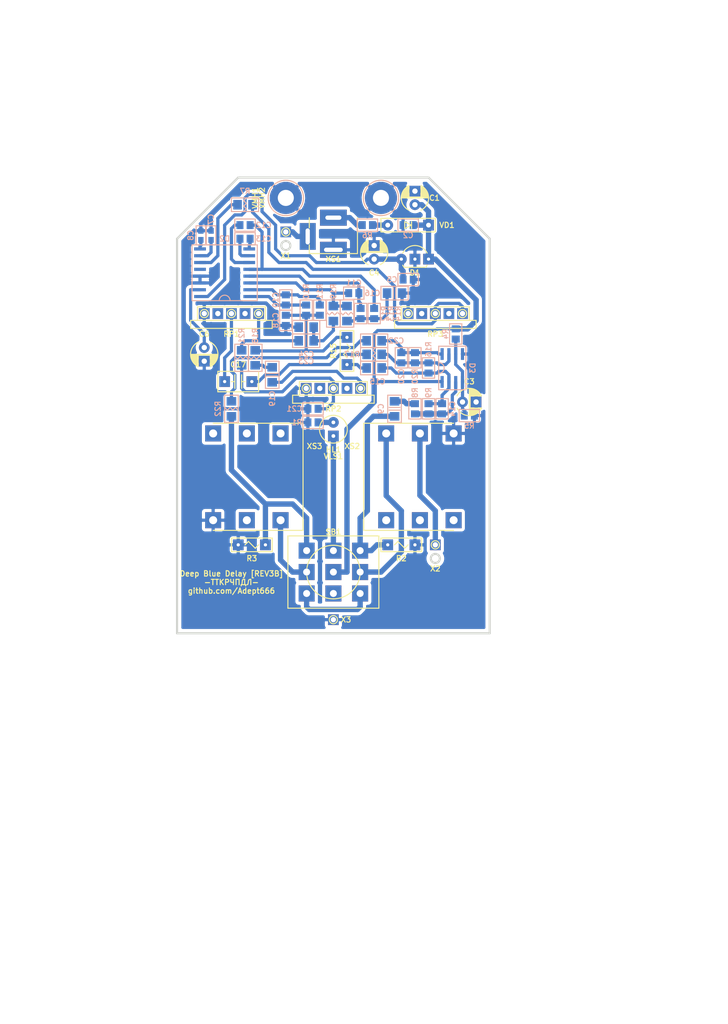
<source format=kicad_pcb>
(kicad_pcb (version 20171130) (host pcbnew 5.1.12-84ad8e8a86~92~ubuntu20.04.1)
  (title_block (title ТКП-1.17.B-1) (date 2023-11-17) (rev 3B) (company "Deep Blue Delay [REV3B]") (comment 1 http://github.com/Adept666) (comment 2 "Igor Ivanov (Игорь Иванов)") (comment 3 -ТТКРЧПДЛ-) (comment 4 "This project is licensed under GNU General Public License v3.0 or later"))
  (layers (0 F.Cu jumper) (31 B.Cu signal) (36 B.SilkS user) (37 F.SilkS user) (38 B.Mask user) (44 Edge.Cuts user))
  (net 0 "")
  (net 1 COM)
  (net 2 "Net-(HL1-PadC)")
  (net 3 /LED)
  (net 4 "Net-(SB1-PadNC1)")
  (net 5 "Net-(SB1-PadNC2)")
  (net 6 "Net-(XS2-PadSN)")
  (net 7 "Net-(XS2-PadTN)")
  (net 8 /IN-CON)
  (net 9 /OUT-CON)
  (net 10 /PP3-POS)
  (net 11 /PP3-NEG)
  (net 12 "Net-(XS2-PadRN)")
  (net 13 "Net-(XS3-PadTN)")
  (net 14 "Net-(XS3-PadRN)")
  (net 15 "Net-(XS3-PadSN)")
  (net 16 "Net-(XS3-PadR)")
  (net 17 V)
  (net 18 VA)
  (net 19 "Net-(C7-Pad2)")
  (net 20 "Net-(C13-Pad1)")
  (net 21 "Net-(C9-Pad2)")
  (net 22 "Net-(C10-Pad1)")
  (net 23 "Net-(C10-Pad2)")
  (net 24 "Net-(C11-Pad1)")
  (net 25 "Net-(C11-Pad2)")
  (net 26 "Net-(C12-Pad1)")
  (net 27 "Net-(C12-Pad2)")
  (net 28 "Net-(C13-Pad2)")
  (net 29 "Net-(C14-Pad1)")
  (net 30 "Net-(C16-Pad1)")
  (net 31 "Net-(C17-Pad1)")
  (net 32 "Net-(C19-Pad1)")
  (net 33 "Net-(C19-Pad2)")
  (net 34 "Net-(C20-Pad1)")
  (net 35 "Net-(C22-Pad2)")
  (net 36 "Net-(D2-Pad6)")
  (net 37 "Net-(D2-Pad5)")
  (net 38 VB)
  (net 39 "Net-(C6-Pad+)")
  (net 40 "Net-(C8-Pad2)")
  (net 41 "Net-(C14-Pad2)")
  (net 42 "Net-(C15-Pad2)")
  (net 43 "Net-(C18-Pad1)")
  (net 44 "Net-(C20-Pad2)")
  (net 45 "Net-(C21-Pad1)")
  (net 46 "Net-(R6-Pad2)")
  (net 47 "Net-(R6-Pad1)")
  (net 48 "Net-(R7-Pad1)")
  (net 49 "Net-(C17-Pad2)")
  (net 50 "Net-(C23-Pad2)")
  (net 51 "Net-(C23-Pad1)")
  (net 52 /IN-CIR)
  (net 53 /OUT-CIR)
  (module KCL-TH-SL:CON-PAD-S-1.0-2.0 (layer F.Cu) (at 96.52 104.14)
    (fp_text reference X1 (at 0 4.445) (layer F.SilkS) (effects (font (thickness 0.2))))
    (fp_text value +)
    (pad 1 thru_hole rect (at 0 0) (size 2 2) (drill 1) (layers B.Cu B.Mask) (net 10 /PP3-POS))
  )
  (module KCL-TH-SL:CON-PAD-S-1.0-2.0 (layer F.Cu) (at 124.46 162.56)
    (fp_text reference X2 (at 0 4.445) (layer F.SilkS) (effects (font (thickness 0.2))))
    (fp_text value -)
    (pad 1 thru_hole rect (at 0 0) (size 2 2) (drill 1) (layers B.Cu B.Mask) (net 11 /PP3-NEG))
  )
  (module KCL-TH-SL:CON-PAD-S-1.0-2.0 (layer F.Cu) (at 105.41 176.53)
    (fp_text reference X3 (at 1.27 0) (layer F.SilkS) (effects (font (thickness 0.2)) (justify left)))
    (fp_text value COM)
    (pad 1 thru_hole rect (at 0 0) (size 2 2) (drill 1) (layers B.Cu B.Mask) (net 1 COM))
  )
  (module KCL-TH-SL:SW-PBS-24-302SP-3.0-PNL-13.0 (layer F.Cu) (at 105.41 167.64)
    (fp_text reference SB1 (at 0 -7.493) (layer F.SilkS) (effects (font (thickness 0.2))))
    (fp_text value PBS-24-302SP)
    (pad NC1 thru_hole rect (at -5 4) (size 3 3) (drill 1.3) (layers B.Cu B.Mask) (net 4 "Net-(SB1-PadNC1)"))
    (pad COM1 thru_hole rect (at -5 0) (size 3 3) (drill 1.3) (layers B.Cu B.Mask) (net 9 /OUT-CON))
    (pad NO1 thru_hole rect (at -5 -4) (size 3 3) (drill 1.3) (layers B.Cu B.Mask) (net 53 /OUT-CIR))
    (pad NO2 thru_hole rect (at 0 -4) (size 3 3) (drill 1.3) (layers B.Cu B.Mask) (net 3 /LED))
    (pad NC2 thru_hole rect (at 0 4) (size 3 3) (drill 1.3) (layers B.Cu B.Mask) (net 5 "Net-(SB1-PadNC2)"))
    (pad COM2 thru_hole rect (at 0 0) (size 3 3) (drill 1.3) (layers B.Cu B.Mask) (net 17 V))
    (pad NO3 thru_hole rect (at 5 -4) (size 3 3) (drill 1.3) (layers B.Cu B.Mask) (net 52 /IN-CIR))
    (pad NC3 thru_hole rect (at 5 4) (size 3 3) (drill 1.3) (layers B.Cu B.Mask) (net 4 "Net-(SB1-PadNC1)"))
    (pad COM3 thru_hole rect (at 5 0) (size 3 3) (drill 1.3) (layers B.Cu B.Mask) (net 8 /IN-CON))
  )
  (module KCL-VIRTUAL:VLS-BR (layer F.Cu) (at 105.41 140.97)
    (fp_text reference VLS1 (at 0 5.08) (layer F.SilkS) (effects (font (thickness 0.2))))
    (fp_text value BR-17.8)
  )
  (module KCL-VIRTUAL:B-PP3-HV (layer F.Cu) (at 105.41 187.96)
    (fp_text reference GB1 hide)
    (fp_text value PP3 hide)
  )
  (module KCL-TH-SL:CP-RADIAL-D05.0-P02.0-CLS (layer F.Cu) (at 120.65 97.79 90)
    (fp_text reference C1 (at 0 2.54 180) (layer F.SilkS) (effects (font (thickness 0.2)) (justify left)))
    (fp_text value 107)
    (pad + thru_hole circle (at -1.27 0 90) (size 2 2) (drill 1) (layers B.Cu B.Mask) (net 17 V))
    (pad - thru_hole rect (at 1.27 0 90) (size 2 2) (drill 1) (layers B.Cu B.Mask) (net 1 COM))
  )
  (module KCL-TH-SL:P-DO-41 (layer F.Cu) (at 119.38 102.87)
    (fp_text reference VD1 (at 5.715 0 180) (layer F.SilkS) (effects (font (thickness 0.2)) (justify left)))
    (fp_text value 5817)
    (pad A thru_hole circle (at -3.81 0) (size 2 2) (drill 0.9) (layers B.Cu B.Mask) (net 46 "Net-(R6-Pad2)"))
    (pad C thru_hole rect (at 3.81 0) (size 2 2) (drill 0.9) (layers B.Cu B.Mask) (net 17 V))
  )
  (module KCL-TH-SL:R-MFR-12 (layer F.Cu) (at 90.17 162.56)
    (fp_text reference R3 (at 0 2.54) (layer F.SilkS) (effects (font (thickness 0.2))))
    (fp_text value 104)
    (pad 2 thru_hole rect (at 2.54 0) (size 2 2) (drill 0.6) (layers B.Cu B.Mask) (net 53 /OUT-CIR))
    (pad 1 thru_hole rect (at -2.54 0) (size 2 2) (drill 0.6) (layers B.Cu B.Mask) (net 1 COM))
  )
  (module KCL-TH-SL:CON-DC-005 (layer F.Cu) (at 105.41 93.98 180)
    (fp_text reference XS1 (at 0 -15.24) (layer F.SilkS) (effects (font (thickness 0.2))))
    (fp_text value DC-005)
    (pad C thru_hole rect (at 0 -13.5 180) (size 5 3) (drill oval 3.5 0.8) (layers B.Cu B.Mask) (net 1 COM))
    (pad SN thru_hole rect (at 4.8 -11 180) (size 3 5) (drill oval 0.8 3) (layers B.Cu B.Mask) (net 10 /PP3-POS))
    (pad S thru_hole rect (at 0 -7.5 180) (size 5 3) (drill oval 3 0.8) (layers B.Cu B.Mask) (net 47 "Net-(R6-Pad1)"))
  )
  (module KCL-TH-SL:CON-PJ-644C (layer F.Cu) (at 132.08 149.86 90)
    (fp_text reference XS2 (at 5.715 -21.59 180) (layer F.SilkS) (effects (font (thickness 0.2)) (justify right)))
    (fp_text value PJ-644C)
    (pad TN thru_hole rect (at -8.1 -16.8 90) (size 3 3) (drill 1.5) (layers B.Cu B.Mask) (net 7 "Net-(XS2-PadTN)"))
    (pad RN thru_hole rect (at -8.1 -10.5 90) (size 3 3) (drill 1.5) (layers B.Cu B.Mask) (net 12 "Net-(XS2-PadRN)"))
    (pad SN thru_hole rect (at -8.1 -4.2 90) (size 3 3) (drill 1.5) (layers B.Cu B.Mask) (net 6 "Net-(XS2-PadSN)"))
    (pad T thru_hole rect (at 8.1 -16.8 90) (size 3 3) (drill 1.5) (layers B.Cu B.Mask) (net 8 /IN-CON))
    (pad R thru_hole rect (at 8.1 -10.5 90) (size 3 3) (drill 1.5) (layers B.Cu B.Mask) (net 11 /PP3-NEG))
    (pad S thru_hole rect (at 8.1 -4.2 90) (size 3 3) (drill 1.5) (layers B.Cu B.Mask) (net 1 COM))
  )
  (module KCL-TH-SL:CON-PJ-644C (layer F.Cu) (at 78.74 149.86 270)
    (fp_text reference XS3 (at -5.715 -21.59) (layer F.SilkS) (effects (font (thickness 0.2)) (justify left)))
    (fp_text value PJ-644C)
    (pad TN thru_hole rect (at -8.1 -16.8 270) (size 3 3) (drill 1.5) (layers B.Cu B.Mask) (net 13 "Net-(XS3-PadTN)"))
    (pad RN thru_hole rect (at -8.1 -10.5 270) (size 3 3) (drill 1.5) (layers B.Cu B.Mask) (net 14 "Net-(XS3-PadRN)"))
    (pad SN thru_hole rect (at -8.1 -4.2 270) (size 3 3) (drill 1.5) (layers B.Cu B.Mask) (net 15 "Net-(XS3-PadSN)"))
    (pad T thru_hole rect (at 8.1 -16.8 270) (size 3 3) (drill 1.5) (layers B.Cu B.Mask) (net 9 /OUT-CON))
    (pad R thru_hole rect (at 8.1 -10.5 270) (size 3 3) (drill 1.5) (layers B.Cu B.Mask) (net 16 "Net-(XS3-PadR)"))
    (pad S thru_hole rect (at 8.1 -4.2 270) (size 3 3) (drill 1.5) (layers B.Cu B.Mask) (net 1 COM))
  )
  (module KCL-TH-SL:P-TO-92-OUT-GND-IN (layer F.Cu) (at 120.65 109.22)
    (fp_text reference D1 (at 0 2.54) (layer F.SilkS) (effects (font (thickness 0.2))))
    (fp_text value 78L05)
    (pad IN thru_hole rect (at 2.54 0) (size 2 2) (drill 0.6) (layers B.Cu B.Mask) (net 17 V))
    (pad GND thru_hole rect (at 0 0) (size 2 2) (drill 0.6) (layers B.Cu B.Mask) (net 1 COM))
    (pad OUT thru_hole circle (at -2.54 0) (size 2 2) (drill 0.6) (layers B.Cu B.Mask) (net 18 VA))
  )
  (module KCL-TH-SL:R-MFR-12 (layer F.Cu) (at 118.11 162.56 180)
    (fp_text reference R2 (at 0 -2.54) (layer F.SilkS) (effects (font (thickness 0.2))))
    (fp_text value 105)
    (pad 2 thru_hole rect (at 2.54 0 180) (size 2 2) (drill 0.6) (layers B.Cu B.Mask) (net 52 /IN-CIR))
    (pad 1 thru_hole rect (at -2.54 0 180) (size 2 2) (drill 0.6) (layers B.Cu B.Mask) (net 1 COM))
  )
  (module KCL-SM:R-SM-1206 (layer B.Cu) (at 113.03 127)
    (fp_text reference R17 (at -2.54 0) (layer B.SilkS) (effects (font (thickness 0.2)) (justify left mirror)))
    (fp_text value 203)
    (pad 1 smd rect (at -1.4 0) (size 1.6 1.8) (layers B.Cu B.Mask) (net 31 "Net-(C17-Pad1)"))
    (pad 2 smd rect (at 1.4 0) (size 1.6 1.8) (layers B.Cu B.Mask) (net 34 "Net-(C20-Pad1)"))
  )
  (module KCL-SM:R-SM-1206 (layer B.Cu) (at 88.265 127.635 90)
    (fp_text reference R21 (at 2.54 0 90) (layer B.SilkS) (effects (font (thickness 0.2)) (justify right mirror)))
    (fp_text value 202)
    (pad 1 smd rect (at -1.4 0 90) (size 1.6 1.8) (layers B.Cu B.Mask) (net 45 "Net-(C21-Pad1)"))
    (pad 2 smd rect (at 1.4 0 90) (size 1.6 1.8) (layers B.Cu B.Mask) (net 51 "Net-(C23-Pad1)"))
  )
  (module KCL-SM:R-SM-1206 (layer B.Cu) (at 90.805 127.635 90)
    (fp_text reference R18 (at 2.54 0 90) (layer B.SilkS) (effects (font (thickness 0.2)) (justify right mirror)))
    (fp_text value 512)
    (pad 1 smd rect (at -1.4 0 90) (size 1.6 1.8) (layers B.Cu B.Mask) (net 32 "Net-(C19-Pad1)"))
    (pad 2 smd rect (at 1.4 0 90) (size 1.6 1.8) (layers B.Cu B.Mask) (net 43 "Net-(C18-Pad1)"))
  )
  (module KCL-SM:R-SM-1206 (layer B.Cu) (at 86.36 137.16 270)
    (fp_text reference R22 (at 0 2.54 90) (layer B.SilkS) (effects (font (thickness 0.2)) (justify mirror)))
    (fp_text value 102)
    (pad 2 smd rect (at 1.4 0 270) (size 1.6 1.8) (layers B.Cu B.Mask) (net 53 /OUT-CIR))
    (pad 1 smd rect (at -1.4 0 270) (size 1.6 1.8) (layers B.Cu B.Mask) (net 35 "Net-(C22-Pad2)"))
  )
  (module KCL-SM:R-SM-1206 (layer B.Cu) (at 88.9 99.06 180)
    (fp_text reference R7 (at 0 2.54) (layer B.SilkS) (effects (font (thickness 0.2)) (justify mirror)))
    (fp_text value 272)
    (pad 2 smd rect (at 1.4 0 180) (size 1.6 1.8) (layers B.Cu B.Mask) (net 36 "Net-(D2-Pad6)"))
    (pad 1 smd rect (at -1.4 0 180) (size 1.6 1.8) (layers B.Cu B.Mask) (net 48 "Net-(R7-Pad1)"))
  )
  (module KCL-SM:P-SO-08 (layer B.Cu) (at 127.635 129.54 270)
    (fp_text reference D3 (at 0 -3.81 270) (layer B.SilkS) (effects (font (thickness 0.2)) (justify mirror)))
    (fp_text value 5532)
    (pad 8 smd rect (at 2.6 1.905 270) (size 2.2 0.6) (layers B.Cu B.Mask) (net 17 V))
    (pad 7 smd rect (at 2.6 0.635 270) (size 2.2 0.6) (layers B.Cu B.Mask) (net 41 "Net-(C14-Pad2)"))
    (pad 6 smd rect (at 2.6 -0.635 270) (size 2.2 0.6) (layers B.Cu B.Mask) (net 29 "Net-(C14-Pad1)"))
    (pad 5 smd rect (at 2.6 -1.905 270) (size 2.2 0.6) (layers B.Cu B.Mask) (net 38 VB))
    (pad 4 smd rect (at -2.6 -1.905 270) (size 2.2 0.6) (layers B.Cu B.Mask) (net 1 COM))
    (pad 3 smd rect (at -2.6 -0.635 270) (size 2.2 0.6) (layers B.Cu B.Mask) (net 38 VB))
    (pad 2 smd rect (at -2.6 0.635 270) (size 2.2 0.6) (layers B.Cu B.Mask) (net 34 "Net-(C20-Pad1)"))
    (pad 1 smd rect (at -2.6 1.905 270) (size 2.2 0.6) (layers B.Cu B.Mask) (net 44 "Net-(C20-Pad2)"))
  )
  (module KCL-SM:P-SO-16W (layer B.Cu) (at 85.09 111.76)
    (fp_text reference D2 (at 0 -6.35) (layer B.SilkS) (effects (font (thickness 0.2)) (justify mirror)))
    (fp_text value 8970)
    (pad 9 smd rect (at 4.6 -4.445) (size 2.2 0.6) (layers B.Cu B.Mask) (net 28 "Net-(C13-Pad2)"))
    (pad 10 smd rect (at 4.6 -3.175) (size 2.2 0.6) (layers B.Cu B.Mask) (net 20 "Net-(C13-Pad1)"))
    (pad 11 smd rect (at 4.6 -1.905) (size 2.2 0.6) (layers B.Cu B.Mask) (net 27 "Net-(C12-Pad2)"))
    (pad 12 smd rect (at 4.6 -0.635) (size 2.2 0.6) (layers B.Cu B.Mask) (net 26 "Net-(C12-Pad1)"))
    (pad 8 smd rect (at -4.6 -4.445) (size 2.2 0.6) (layers B.Cu B.Mask) (net 40 "Net-(C8-Pad2)"))
    (pad 7 smd rect (at -4.6 -3.175) (size 2.2 0.6) (layers B.Cu B.Mask) (net 19 "Net-(C7-Pad2)"))
    (pad 6 smd rect (at -4.6 -1.905) (size 2.2 0.6) (layers B.Cu B.Mask) (net 36 "Net-(D2-Pad6)"))
    (pad 5 smd rect (at -4.6 -0.635) (size 2.2 0.6) (layers B.Cu B.Mask) (net 37 "Net-(D2-Pad5)"))
    (pad 16 smd rect (at 4.6 4.445) (size 2.2 0.6) (layers B.Cu B.Mask) (net 22 "Net-(C10-Pad1)"))
    (pad 15 smd rect (at 4.6 3.175) (size 2.2 0.6) (layers B.Cu B.Mask) (net 23 "Net-(C10-Pad2)"))
    (pad 14 smd rect (at 4.6 1.905) (size 2.2 0.6) (layers B.Cu B.Mask) (net 24 "Net-(C11-Pad1)"))
    (pad 13 smd rect (at 4.6 0.635) (size 2.2 0.6) (layers B.Cu B.Mask) (net 25 "Net-(C11-Pad2)"))
    (pad 4 smd rect (at -4.6 0.635) (size 2.2 0.6) (layers B.Cu B.Mask) (net 1 COM))
    (pad 3 smd rect (at -4.6 1.905) (size 2.2 0.6) (layers B.Cu B.Mask) (net 1 COM))
    (pad 2 smd rect (at -4.6 3.175) (size 2.2 0.6) (layers B.Cu B.Mask) (net 39 "Net-(C6-Pad+)"))
    (pad 1 smd rect (at -4.6 4.445) (size 2.2 0.6) (layers B.Cu B.Mask) (net 18 VA))
  )
  (module KCL-TH-SL:CP-RADIAL-D05.0-P02.0-CLS (layer F.Cu) (at 81.28 127 270)
    (fp_text reference C6 (at -3.81 0) (layer F.SilkS) (effects (font (thickness 0.2))))
    (fp_text value 476)
    (pad + thru_hole circle (at -1.27 0 270) (size 2 2) (drill 1) (layers B.Cu B.Mask) (net 39 "Net-(C6-Pad+)"))
    (pad - thru_hole rect (at 1.27 0 270) (size 2 2) (drill 1) (layers B.Cu B.Mask) (net 1 COM))
  )
  (module KCL-TH-SL:CP-RADIAL-D05.0-P02.0-CLS (layer F.Cu) (at 113.03 107.95 90)
    (fp_text reference C4 (at -3.81 0 180) (layer F.SilkS) (effects (font (thickness 0.2))))
    (fp_text value 476)
    (pad + thru_hole circle (at -1.27 0 90) (size 2 2) (drill 1) (layers B.Cu B.Mask) (net 18 VA))
    (pad - thru_hole rect (at 1.27 0 90) (size 2 2) (drill 1) (layers B.Cu B.Mask) (net 1 COM))
  )
  (module KCL-TH-SL:CP-RADIAL-D05.0-P02.0-CLS (layer F.Cu) (at 130.81 135.89)
    (fp_text reference C3 (at 0 -3.81) (layer F.SilkS) (effects (font (thickness 0.2))))
    (fp_text value 476)
    (pad + thru_hole circle (at -1.27 0) (size 2 2) (drill 1) (layers B.Cu B.Mask) (net 38 VB))
    (pad - thru_hole rect (at 1.27 0) (size 2 2) (drill 1) (layers B.Cu B.Mask) (net 1 COM))
  )
  (module KCL-SM:R-SM-0805 (layer B.Cu) (at 100.33 118.745 270)
    (fp_text reference R10 (at -1.905 0 90) (layer B.SilkS) (effects (font (thickness 0.2)) (justify right mirror)))
    (fp_text value 103)
    (pad 1 smd rect (at -0.95 0 270) (size 1.3 1.5) (layers B.Cu B.Mask) (net 22 "Net-(C10-Pad1)"))
    (pad 2 smd rect (at 0.95 0 270) (size 1.3 1.5) (layers B.Cu B.Mask) (net 43 "Net-(C18-Pad1)"))
  )
  (module KCL-SM:R-SM-0805 (layer B.Cu) (at 102.87 118.745 270)
    (fp_text reference R11 (at -1.905 0 90) (layer B.SilkS) (effects (font (thickness 0.2)) (justify right mirror)))
    (fp_text value 103)
    (pad 1 smd rect (at -0.95 0 270) (size 1.3 1.5) (layers B.Cu B.Mask) (net 23 "Net-(C10-Pad2)"))
    (pad 2 smd rect (at 0.95 0 270) (size 1.3 1.5) (layers B.Cu B.Mask) (net 43 "Net-(C18-Pad1)"))
  )
  (module KCL-SM:R-SM-0805 (layer B.Cu) (at 110.49 119.38 270)
    (fp_text reference R13 (at 0 -5.715 90) (layer B.SilkS) (effects (font (thickness 0.2)) (justify mirror)))
    (fp_text value 103)
    (pad 2 smd rect (at 0.95 0 270) (size 1.3 1.5) (layers B.Cu B.Mask) (net 30 "Net-(C16-Pad1)"))
    (pad 1 smd rect (at -0.95 0 270) (size 1.3 1.5) (layers B.Cu B.Mask) (net 25 "Net-(C11-Pad2)"))
  )
  (module KCL-SM:R-SM-0805 (layer B.Cu) (at 113.03 119.38 270)
    (fp_text reference R14 (at 0 -4.445 90) (layer B.SilkS) (effects (font (thickness 0.2)) (justify mirror)))
    (fp_text value 103)
    (pad 2 smd rect (at 0.95 0 270) (size 1.3 1.5) (layers B.Cu B.Mask) (net 30 "Net-(C16-Pad1)"))
    (pad 1 smd rect (at -0.95 0 270) (size 1.3 1.5) (layers B.Cu B.Mask) (net 26 "Net-(C12-Pad1)"))
  )
  (module KCL-SM:R-SM-0805 (layer B.Cu) (at 123.19 137.16 90)
    (fp_text reference R9 (at 1.905 0 90) (layer B.SilkS) (effects (font (thickness 0.2)) (justify right mirror)))
    (fp_text value 364)
    (pad 2 smd rect (at 0.95 0 90) (size 1.3 1.5) (layers B.Cu B.Mask) (net 41 "Net-(C14-Pad2)"))
    (pad 1 smd rect (at -0.95 0 90) (size 1.3 1.5) (layers B.Cu B.Mask) (net 29 "Net-(C14-Pad1)"))
  )
  (module KCL-SM:R-SM-0805 (layer B.Cu) (at 120.65 127.635 90)
    (fp_text reference R20 (at -1.905 0 90) (layer B.SilkS) (effects (font (thickness 0.2)) (justify left mirror)))
    (fp_text value 123)
    (pad 2 smd rect (at 0.95 0 90) (size 1.3 1.5) (layers B.Cu B.Mask) (net 44 "Net-(C20-Pad2)"))
    (pad 1 smd rect (at -0.95 0 90) (size 1.3 1.5) (layers B.Cu B.Mask) (net 34 "Net-(C20-Pad1)"))
  )
  (module KCL-SM:R-SM-0805 (layer B.Cu) (at 123.19 129.54 90)
    (fp_text reference R16 (at 1.905 0 90) (layer B.SilkS) (effects (font (thickness 0.2)) (justify right mirror)))
    (fp_text value 223)
    (pad 2 smd rect (at 0.95 0 90) (size 1.3 1.5) (layers B.Cu B.Mask) (net 34 "Net-(C20-Pad1)"))
    (pad 1 smd rect (at -0.95 0 90) (size 1.3 1.5) (layers B.Cu B.Mask) (net 41 "Net-(C14-Pad2)"))
  )
  (module KCL-TH-SL:R-MFR-12 (layer F.Cu) (at 107.95 126.365 270)
    (fp_text reference R15 (at 0 2.54 270) (layer F.SilkS) (effects (font (thickness 0.2))))
    (fp_text value 103)
    (pad 2 thru_hole rect (at 2.54 0 270) (size 2 2) (drill 0.6) (layers B.Cu B.Mask) (net 42 "Net-(C15-Pad2)"))
    (pad 1 thru_hole rect (at -2.54 0 270) (size 2 2) (drill 0.6) (layers B.Cu B.Mask) (net 43 "Net-(C18-Pad1)"))
  )
  (module KCL-TH-SL:C-DISK-D04.2-T03.0-P05.08-d0.5 (layer F.Cu) (at 87.63 132.08 180)
    (fp_text reference C17 (at 0 3.175) (layer F.SilkS) (effects (font (thickness 0.2))))
    (fp_text value 105)
    (pad 2 thru_hole rect (at 2.54 0 180) (size 2 2) (drill 0.6) (layers B.Cu B.Mask) (net 49 "Net-(C17-Pad2)"))
    (pad 1 thru_hole rect (at -2.54 0 180) (size 2 2) (drill 0.6) (layers B.Cu B.Mask) (net 31 "Net-(C17-Pad1)"))
  )
  (module KCL-SM:R-SM-0805 (layer B.Cu) (at 111.76 102.87)
    (fp_text reference R6 (at 0 1.905) (layer B.SilkS) (effects (font (thickness 0.2)) (justify mirror)))
    (fp_text value 0)
    (pad 2 smd rect (at 0.95 0) (size 1.3 1.5) (layers B.Cu B.Mask) (net 46 "Net-(R6-Pad2)"))
    (pad 1 smd rect (at -0.95 0) (size 1.3 1.5) (layers B.Cu B.Mask) (net 47 "Net-(R6-Pad1)"))
  )
  (module KCL-SM:R-SM-1206 (layer B.Cu) (at 105.41 119.38 270)
    (fp_text reference R19 (at -2.54 0 90) (layer B.SilkS) (effects (font (thickness 0.2)) (justify right mirror)))
    (fp_text value 102)
    (pad 1 smd rect (at -1.4 0 270) (size 1.6 1.8) (layers B.Cu B.Mask) (net 24 "Net-(C11-Pad1)"))
    (pad 2 smd rect (at 1.4 0 270) (size 1.6 1.8) (layers B.Cu B.Mask) (net 50 "Net-(C23-Pad2)"))
  )
  (module KCL-SM:C-SM-0603 (layer B.Cu) (at 82.55 104.775 270)
    (fp_text reference C7 (at -1.905 0 90) (layer B.SilkS) (effects (font (thickness 0.2)) (justify right mirror)))
    (fp_text value 104)
    (pad 2 smd rect (at 0.85 0 270) (size 1.1 1) (layers B.Cu B.Mask) (net 19 "Net-(C7-Pad2)"))
    (pad 1 smd rect (at -0.85 0 270) (size 1.1 1) (layers B.Cu B.Mask) (net 1 COM))
  )
  (module KCL-SM:C-SM-0603 (layer B.Cu) (at 80.645 104.775 270)
    (fp_text reference C8 (at 0 1.905 90) (layer B.SilkS) (effects (font (thickness 0.2)) (justify mirror)))
    (fp_text value 104)
    (pad 2 smd rect (at 0.85 0 270) (size 1.1 1) (layers B.Cu B.Mask) (net 40 "Net-(C8-Pad2)"))
    (pad 1 smd rect (at -0.85 0 270) (size 1.1 1) (layers B.Cu B.Mask) (net 1 COM))
  )
  (module KCL-SM:R-SM-0805 (layer B.Cu) (at 120.65 137.16 270)
    (fp_text reference R8 (at -1.905 0 90) (layer B.SilkS) (effects (font (thickness 0.2)) (justify right mirror)))
    (fp_text value 184)
    (pad 2 smd rect (at 0.95 0 270) (size 1.3 1.5) (layers B.Cu B.Mask) (net 29 "Net-(C14-Pad1)"))
    (pad 1 smd rect (at -0.95 0 270) (size 1.3 1.5) (layers B.Cu B.Mask) (net 21 "Net-(C9-Pad2)"))
  )
  (module KCL-SM:R-SM-0805 (layer B.Cu) (at 101.6 139.7)
    (fp_text reference R1 (at -1.905 0) (layer B.SilkS) (effects (font (thickness 0.2)) (justify left mirror)))
    (fp_text value 103)
    (pad 2 smd rect (at 0.95 0) (size 1.3 1.5) (layers B.Cu B.Mask) (net 2 "Net-(HL1-PadC)"))
    (pad 1 smd rect (at -0.95 0) (size 1.3 1.5) (layers B.Cu B.Mask) (net 1 COM))
  )
  (module KCL-SM:R-SM-0805 (layer B.Cu) (at 128.27 123.19 90)
    (fp_text reference R4 (at 0 -1.905 90) (layer B.SilkS) (effects (font (thickness 0.2)) (justify mirror)))
    (fp_text value 103)
    (pad 2 smd rect (at 0.95 0 90) (size 1.3 1.5) (layers B.Cu B.Mask) (net 17 V))
    (pad 1 smd rect (at -0.95 0 90) (size 1.3 1.5) (layers B.Cu B.Mask) (net 38 VB))
  )
  (module KCL-SM:R-SM-0805 (layer B.Cu) (at 130.81 138.43 180)
    (fp_text reference R5 (at 0 -1.905) (layer B.SilkS) (effects (font (thickness 0.2)) (justify mirror)))
    (fp_text value 103)
    (pad 2 smd rect (at 0.95 0 180) (size 1.3 1.5) (layers B.Cu B.Mask) (net 38 VB))
    (pad 1 smd rect (at -0.95 0 180) (size 1.3 1.5) (layers B.Cu B.Mask) (net 1 COM))
  )
  (module KCL-SM:R-SM-1206 (layer B.Cu) (at 107.95 119.38 270)
    (fp_text reference R12 (at 0 -6.985 90) (layer B.SilkS) (effects (font (thickness 0.2)) (justify mirror)))
    (fp_text value 203)
    (pad 2 smd rect (at 1.4 0 270) (size 1.6 1.8) (layers B.Cu B.Mask) (net 30 "Net-(C16-Pad1)"))
    (pad 1 smd rect (at -1.4 0 270) (size 1.6 1.8) (layers B.Cu B.Mask) (net 24 "Net-(C11-Pad1)"))
  )
  (module SBEL:B013_D1 (layer F.Cu) (at 105.41 148.59)
    (fp_text reference VE1 hide)
    (fp_text value B013 hide)
  )
  (module SBKCL-TH-SL:RPB-20-1x17-1.5-PNL-7.4-2.8 (layer F.Cu) (at 86.36 108.15)
    (fp_text reference RP1 (at 0 15.04) (layer F.SilkS) (effects (font (thickness 0.2))))
    (fp_text value B50K)
    (pad 1 thru_hole rect (at -5.08 11.23) (size 2 2) (drill 1) (layers B.Cu B.Mask) (net 1 COM))
    (pad NC1 thru_hole rect (at -2.54 11.23) (size 2 2) (drill 1) (layers B.Cu B.Mask))
    (pad 2 thru_hole rect (at 0 11.23) (size 2 2) (drill 1) (layers B.Cu B.Mask) (net 49 "Net-(C17-Pad2)"))
    (pad NC2 thru_hole rect (at 2.54 11.23) (size 2 2) (drill 1) (layers B.Cu B.Mask))
    (pad 3 thru_hole rect (at 5.08 11.23) (size 2 2) (drill 1) (layers B.Cu B.Mask) (net 51 "Net-(C23-Pad1)"))
  )
  (module SBKCL-TH-SL:RPB-20-1x17-1.5-PNL-7.4-2.8 (layer F.Cu) (at 105.41 122.12)
    (fp_text reference RP2 (at 0 15.04) (layer F.SilkS) (effects (font (thickness 0.2))))
    (fp_text value B50K)
    (pad 1 thru_hole rect (at -5.08 11.23) (size 2 2) (drill 1) (layers B.Cu B.Mask) (net 1 COM))
    (pad NC1 thru_hole rect (at -2.54 11.23) (size 2 2) (drill 1) (layers B.Cu B.Mask))
    (pad 2 thru_hole rect (at 0 11.23) (size 2 2) (drill 1) (layers B.Cu B.Mask) (net 45 "Net-(C21-Pad1)"))
    (pad NC2 thru_hole rect (at 2.54 11.23) (size 2 2) (drill 1) (layers B.Cu B.Mask))
    (pad 3 thru_hole rect (at 5.08 11.23) (size 2 2) (drill 1) (layers B.Cu B.Mask) (net 33 "Net-(C19-Pad2)"))
  )
  (module SBKCL-TH-SL:RPB-20-1x17-1.5-PNL-7.4-2.8 (layer F.Cu) (at 124.46 108.15)
    (fp_text reference RP3 (at 0 15.04) (layer F.SilkS) (effects (font (thickness 0.2))))
    (fp_text value B50K)
    (pad 1 thru_hole rect (at -5.08 11.23) (size 2 2) (drill 1) (layers B.Cu B.Mask) (net 1 COM))
    (pad NC1 thru_hole rect (at -2.54 11.23) (size 2 2) (drill 1) (layers B.Cu B.Mask))
    (pad 2 thru_hole rect (at 0 11.23) (size 2 2) (drill 1) (layers B.Cu B.Mask) (net 48 "Net-(R7-Pad1)"))
    (pad NC2 thru_hole rect (at 2.54 11.23) (size 2 2) (drill 1) (layers B.Cu B.Mask))
    (pad 3 thru_hole rect (at 5.08 11.23) (size 2 2) (drill 1) (layers B.Cu B.Mask) (net 48 "Net-(R7-Pad1)"))
  )
  (module KCL-TH-SL:VMH-STA-DA5-PNL-3.0 (layer F.Cu) (at 96.52 97.79)
    (fp_text reference VMH1 (at -5.715 0 90) (layer F.SilkS) (effects (font (thickness 0.2))))
    (fp_text value DI5M3x20)
    (pad 0 thru_hole circle (at 0 0) (size 6 6) (drill 3) (layers B.Cu B.Mask) (net 1 COM))
  )
  (module KCL-TH-SL:VMH-STA-DA5-PNL-3.0 (layer F.Cu) (at 114.3 97.79)
    (fp_text reference VMH2 (at -22.225 0 90) (layer F.SilkS) (effects (font (thickness 0.2))))
    (fp_text value DI5M3x20)
    (pad 0 thru_hole circle (at 0 0) (size 6 6) (drill 3) (layers B.Cu B.Mask) (net 1 COM))
  )
  (module KCL-SM:C-SM-0805 (layer B.Cu) (at 88.9 105.41)
    (fp_text reference C13 (at 1.905 0) (layer B.SilkS) (effects (font (thickness 0.2)) (justify right mirror)))
    (fp_text value 104)
    (pad 1 smd rect (at -0.95 0) (size 1.3 1.5) (layers B.Cu B.Mask) (net 20 "Net-(C13-Pad1)"))
    (pad 2 smd rect (at 0.95 0) (size 1.3 1.5) (layers B.Cu B.Mask) (net 28 "Net-(C13-Pad2)"))
  )
  (module KCL-SM:C-SM-0805 (layer B.Cu) (at 119.38 102.87 180)
    (fp_text reference C2 (at 0 -1.905) (layer B.SilkS) (effects (font (thickness 0.2)) (justify mirror)))
    (fp_text value 104)
    (pad 1 smd rect (at -0.95 0 180) (size 1.3 1.5) (layers B.Cu B.Mask) (net 17 V))
    (pad 2 smd rect (at 0.95 0 180) (size 1.3 1.5) (layers B.Cu B.Mask) (net 1 COM))
  )
  (module KCL-SM:C-SM-1206 (layer B.Cu) (at 116.84 137.16 90)
    (fp_text reference C9 (at 0 -2.54 270) (layer B.SilkS) (effects (font (thickness 0.2)) (justify mirror)))
    (fp_text value 223)
    (pad 1 smd rect (at -1.4 0 90) (size 1.6 1.8) (layers B.Cu B.Mask) (net 52 /IN-CIR))
    (pad 2 smd rect (at 1.4 0 90) (size 1.6 1.8) (layers B.Cu B.Mask) (net 21 "Net-(C9-Pad2)"))
  )
  (module KCL-SM:C-SM-1206 (layer B.Cu) (at 93.98 130.81 270)
    (fp_text reference C19 (at 4.445 0 270) (layer B.SilkS) (effects (font (thickness 0.2)) (justify mirror)))
    (fp_text value 223)
    (pad 2 smd rect (at 1.4 0 270) (size 1.6 1.8) (layers B.Cu B.Mask) (net 33 "Net-(C19-Pad2)"))
    (pad 1 smd rect (at -1.4 0 270) (size 1.6 1.8) (layers B.Cu B.Mask) (net 32 "Net-(C19-Pad1)"))
  )
  (module KCL-SM:C-SM-1206 (layer B.Cu) (at 113.03 124.46 180)
    (fp_text reference C22 (at -2.54 0) (layer B.SilkS) (effects (font (thickness 0.2)) (justify right mirror)))
    (fp_text value 105)
    (pad 1 smd rect (at -1.4 0 180) (size 1.6 1.8) (layers B.Cu B.Mask) (net 44 "Net-(C20-Pad2)"))
    (pad 2 smd rect (at 1.4 0 180) (size 1.6 1.8) (layers B.Cu B.Mask) (net 35 "Net-(C22-Pad2)"))
  )
  (module KCL-SM:C-SM-1206 (layer B.Cu) (at 100.33 121.92 180)
    (fp_text reference C24 (at 0 -5.08) (layer B.SilkS) (effects (font (thickness 0.2)) (justify mirror)))
    (fp_text value 103)
    (pad 1 smd rect (at -1.4 0 180) (size 1.6 1.8) (layers B.Cu B.Mask) (net 50 "Net-(C23-Pad2)"))
    (pad 2 smd rect (at 1.4 0 180) (size 1.6 1.8) (layers B.Cu B.Mask) (net 1 COM))
  )
  (module KCL-SM:C-SM-1206 (layer B.Cu) (at 113.03 129.54 180)
    (fp_text reference C15 (at -0.635 -2.54) (layer B.SilkS) (effects (font (thickness 0.2)) (justify mirror)))
    (fp_text value 105)
    (pad 2 smd rect (at 1.4 0 180) (size 1.6 1.8) (layers B.Cu B.Mask) (net 42 "Net-(C15-Pad2)"))
    (pad 1 smd rect (at -1.4 0 180) (size 1.6 1.8) (layers B.Cu B.Mask) (net 41 "Net-(C14-Pad2)"))
  )
  (module KCL-SM:C-SM-1206 (layer B.Cu) (at 100.33 124.46)
    (fp_text reference C23 (at 0 3.81 180) (layer B.SilkS) (effects (font (thickness 0.2)) (justify mirror)))
    (fp_text value 105)
    (pad 1 smd rect (at -1.4 0) (size 1.6 1.8) (layers B.Cu B.Mask) (net 51 "Net-(C23-Pad1)"))
    (pad 2 smd rect (at 1.4 0) (size 1.6 1.8) (layers B.Cu B.Mask) (net 50 "Net-(C23-Pad2)"))
  )
  (module KCL-SM:C-SM-1206 (layer B.Cu) (at 116.84 115.57)
    (fp_text reference C16 (at -2.54 0) (layer B.SilkS) (effects (font (thickness 0.2)) (justify left mirror)))
    (fp_text value 153)
    (pad 2 smd rect (at 1.4 0) (size 1.6 1.8) (layers B.Cu B.Mask) (net 1 COM))
    (pad 1 smd rect (at -1.4 0) (size 1.6 1.8) (layers B.Cu B.Mask) (net 30 "Net-(C16-Pad1)"))
  )
  (module KCL-SM:C-SM-0805 (layer B.Cu) (at 96.52 120.65 270)
    (fp_text reference C18 (at 0 1.905 90) (layer B.SilkS) (effects (font (thickness 0.2)) (justify mirror)))
    (fp_text value 472)
    (pad 2 smd rect (at 0.95 0 270) (size 1.3 1.5) (layers B.Cu B.Mask) (net 1 COM))
    (pad 1 smd rect (at -0.95 0 270) (size 1.3 1.5) (layers B.Cu B.Mask) (net 43 "Net-(C18-Pad1)"))
  )
  (module KCL-SM:C-SM-0805 (layer B.Cu) (at 118.11 127.635 90)
    (fp_text reference C20 (at -1.905 0 90) (layer B.SilkS) (effects (font (thickness 0.2)) (justify left mirror)))
    (fp_text value 101)
    (pad 1 smd rect (at -0.95 0 90) (size 1.3 1.5) (layers B.Cu B.Mask) (net 34 "Net-(C20-Pad1)"))
    (pad 2 smd rect (at 0.95 0 90) (size 1.3 1.5) (layers B.Cu B.Mask) (net 44 "Net-(C20-Pad2)"))
  )
  (module KCL-SM:C-SM-0805 (layer B.Cu) (at 125.73 137.16 90)
    (fp_text reference C14 (at 0 1.905 90) (layer B.SilkS) (effects (font (thickness 0.2)) (justify mirror)))
    (fp_text value 470)
    (pad 1 smd rect (at -0.95 0 90) (size 1.3 1.5) (layers B.Cu B.Mask) (net 29 "Net-(C14-Pad1)"))
    (pad 2 smd rect (at 0.95 0 90) (size 1.3 1.5) (layers B.Cu B.Mask) (net 41 "Net-(C14-Pad2)"))
  )
  (module KCL-SM:C-SM-0805 (layer B.Cu) (at 119.38 113.03)
    (fp_text reference C5 (at -1.905 0) (layer B.SilkS) (effects (font (thickness 0.2)) (justify left mirror)))
    (fp_text value 104)
    (pad 1 smd rect (at -0.95 0) (size 1.3 1.5) (layers B.Cu B.Mask) (net 18 VA))
    (pad 2 smd rect (at 0.95 0) (size 1.3 1.5) (layers B.Cu B.Mask) (net 1 COM))
  )
  (module KCL-SM:C-SM-0805 (layer B.Cu) (at 101.6 137.16 180)
    (fp_text reference C21 (at 1.905 0) (layer B.SilkS) (effects (font (thickness 0.2)) (justify left mirror)))
    (fp_text value 473)
    (pad 1 smd rect (at -0.95 0 180) (size 1.3 1.5) (layers B.Cu B.Mask) (net 45 "Net-(C21-Pad1)"))
    (pad 2 smd rect (at 0.95 0 180) (size 1.3 1.5) (layers B.Cu B.Mask) (net 1 COM))
  )
  (module KCL-SM:C-SM-0805 (layer B.Cu) (at 109.22 115.57)
    (fp_text reference C11 (at 0 -1.905) (layer B.SilkS) (effects (font (thickness 0.2)) (justify mirror)))
    (fp_text value 222)
    (pad 1 smd rect (at -0.95 0) (size 1.3 1.5) (layers B.Cu B.Mask) (net 24 "Net-(C11-Pad1)"))
    (pad 2 smd rect (at 0.95 0) (size 1.3 1.5) (layers B.Cu B.Mask) (net 25 "Net-(C11-Pad2)"))
  )
  (module KCL-SM:C-SM-0805 (layer B.Cu) (at 96.52 116.84 90)
    (fp_text reference C10 (at 0 -1.905 90) (layer B.SilkS) (effects (font (thickness 0.2)) (justify mirror)))
    (fp_text value 222)
    (pad 1 smd rect (at -0.95 0 90) (size 1.3 1.5) (layers B.Cu B.Mask) (net 22 "Net-(C10-Pad1)"))
    (pad 2 smd rect (at 0.95 0 90) (size 1.3 1.5) (layers B.Cu B.Mask) (net 23 "Net-(C10-Pad2)"))
  )
  (module KCL-SM:C-SM-0805 (layer B.Cu) (at 88.9 102.87 180)
    (fp_text reference C12 (at -1.905 0) (layer B.SilkS) (effects (font (thickness 0.2)) (justify right mirror)))
    (fp_text value 104)
    (pad 1 smd rect (at -0.95 0 180) (size 1.3 1.5) (layers B.Cu B.Mask) (net 26 "Net-(C12-Pad1)"))
    (pad 2 smd rect (at 0.95 0 180) (size 1.3 1.5) (layers B.Cu B.Mask) (net 27 "Net-(C12-Pad2)"))
  )
  (module KCL-TH-SL:LED-ROUND-05.0-UNI-SH-SPACER-PNL-5.3 (layer F.Cu) (at 105.41 140.97 270)
    (fp_text reference HL1 (at 3.81 0 180) (layer F.SilkS) (effects (font (thickness 0.2))))
    (fp_text value FYL-5013UWC)
    (pad C thru_hole circle (at -1.27 0 270) (size 2 2) (drill 0.7) (layers B.Cu B.Mask) (net 2 "Net-(HL1-PadC)"))
    (pad A thru_hole rect (at 1.27 0 270) (size 2 2) (drill 0.7) (layers B.Cu B.Mask) (net 3 /LED))
  )
  (gr_circle (center 124.46 165.1) (end 125.31 165.1) (layer Edge.Cuts) (width 0.4))
  (gr_circle (center 96.52 106.68) (end 97.37 106.68) (layer Edge.Cuts) (width 0.4))
  (gr_text "Deep Blue Delay [REV3B]\n-ТТКРЧПДЛ-\ngithub.com/Adept666" (at 86.36 169.545) (layer F.SilkS) (effects (font (size 1 1) (thickness 0.2))))
  (gr_line (start 123.19 93.98) (end 134.62 105.41) (layer Edge.Cuts) (width 0.4))
  (gr_line (start 76.2 105.41) (end 87.63 93.98) (layer Edge.Cuts) (width 0.4))
  (gr_line (start 134.62 105.41) (end 134.62 179.07) (layer Edge.Cuts) (width 0.4))
  (gr_line (start 76.2 105.41) (end 76.2 179.07) (layer Edge.Cuts) (width 0.4))
  (gr_line (start 76.2 179.07) (end 134.62 179.07) (layer Edge.Cuts) (width 0.4))
  (gr_line (start 87.63 93.98) (end 123.19 93.98) (layer Edge.Cuts) (width 0.4))
  (segment (start 83.82 137.16) (end 88.9 137.16) (width 0.6) (layer B.Cu) (net 1))
  (segment (start 96.52 121.6) (end 97.47 121.6) (width 0.6) (layer B.Cu) (net 1))
  (segment (start 97.79 121.92) (end 97.47 121.6) (width 0.6) (layer B.Cu) (net 1))
  (segment (start 98.93 121.92) (end 97.79 121.92) (width 0.6) (layer B.Cu) (net 1))
  (segment (start 132.08 135.89) (end 132.08 137.16) (width 0.6) (layer B.Cu) (net 1))
  (segment (start 131.76 137.48) (end 132.08 137.16) (width 0.6) (layer B.Cu) (net 1))
  (segment (start 131.76 138.43) (end 131.76 137.48) (width 0.6) (layer B.Cu) (net 1))
  (segment (start 102.55 139.7) (end 105.41 139.7) (width 1) (layer B.Cu) (net 2))
  (segment (start 105.41 163.64) (end 105.41 142.24) (width 1) (layer B.Cu) (net 3))
  (segment (start 110.41 174.14) (end 110.41 171.64) (width 1) (layer B.Cu) (net 4))
  (segment (start 109.925 174.625) (end 110.41 174.14) (width 1) (layer B.Cu) (net 4))
  (segment (start 100.895 174.625) (end 109.925 174.625) (width 1) (layer B.Cu) (net 4))
  (segment (start 100.41 174.14) (end 100.895 174.625) (width 1) (layer B.Cu) (net 4))
  (segment (start 100.41 171.64) (end 100.41 174.14) (width 1) (layer B.Cu) (net 4))
  (segment (start 114.3 167.64) (end 111.68 167.64) (width 1) (layer B.Cu) (net 8))
  (segment (start 118.11 163.83) (end 114.3 167.64) (width 1) (layer B.Cu) (net 8))
  (segment (start 118.11 156.21) (end 118.11 163.83) (width 1) (layer B.Cu) (net 8))
  (segment (start 115.28 153.38) (end 118.11 156.21) (width 1) (layer B.Cu) (net 8))
  (segment (start 115.28 141.76) (end 115.28 153.38) (width 1) (layer B.Cu) (net 8))
  (segment (start 100.41 167.64) (end 97.79 167.64) (width 1) (layer B.Cu) (net 9))
  (segment (start 95.54 165.39) (end 97.79 167.64) (width 1) (layer B.Cu) (net 9))
  (segment (start 95.54 157.96) (end 95.54 165.39) (width 1) (layer B.Cu) (net 9))
  (segment (start 96.52 104.14) (end 97.79 104.14) (width 1) (layer B.Cu) (net 10))
  (segment (start 98.63 104.98) (end 97.79 104.14) (width 1) (layer B.Cu) (net 10))
  (segment (start 100.61 104.98) (end 98.63 104.98) (width 1) (layer B.Cu) (net 10))
  (segment (start 124.46 162.56) (end 124.46 156.21) (width 1) (layer B.Cu) (net 11))
  (segment (start 121.58 153.33) (end 124.46 156.21) (width 1) (layer B.Cu) (net 11))
  (segment (start 121.58 141.76) (end 121.58 153.33) (width 1) (layer B.Cu) (net 11))
  (segment (start 113.03 132.08) (end 113.03 132.08) (width 1.5) (layer B.Cu) (net 17))
  (segment (start 120.33 102.87) (end 123.19 102.87) (width 1) (layer B.Cu) (net 17))
  (segment (start 121.92 99.06) (end 123.19 100.33) (width 1) (layer B.Cu) (net 17))
  (segment (start 123.19 100.33) (end 123.19 102.87) (width 1) (layer B.Cu) (net 17))
  (segment (start 120.65 99.06) (end 121.92 99.06) (width 1) (layer B.Cu) (net 17))
  (segment (start 123.19 102.87) (end 123.19 109.22) (width 1) (layer B.Cu) (net 17))
  (segment (start 132.08 116.84) (end 124.46 109.22) (width 1) (layer B.Cu) (net 17))
  (segment (start 132.08 120.65) (end 132.08 116.84) (width 1) (layer B.Cu) (net 17))
  (segment (start 128.27 122.24) (end 130.49 122.24) (width 1) (layer B.Cu) (net 17))
  (segment (start 124.46 109.22) (end 123.19 109.22) (width 1) (layer B.Cu) (net 17))
  (segment (start 130.49 122.24) (end 132.08 120.65) (width 1) (layer B.Cu) (net 17))
  (segment (start 113.03 132.08) (end 125.73 132.08) (width 0.6) (layer B.Cu) (net 17))
  (segment (start 124.775 122.24) (end 124.46 122.555) (width 0.6) (layer B.Cu) (net 17))
  (segment (start 128.27 122.24) (end 124.775 122.24) (width 0.6) (layer B.Cu) (net 17))
  (segment (start 124.46 122.555) (end 113.665 122.555) (width 0.6) (layer B.Cu) (net 17))
  (segment (start 113.665 122.555) (end 113.03 123.19) (width 0.6) (layer B.Cu) (net 17))
  (segment (start 113.03 123.19) (end 113.03 132.08) (width 0.6) (layer B.Cu) (net 17))
  (segment (start 125.73 132.14) (end 125.73 132.08) (width 0.6) (layer B.Cu) (net 17))
  (segment (start 107.95 140.97) (end 113.03 135.89) (width 1) (layer B.Cu) (net 17))
  (segment (start 105.41 167.64) (end 107.95 167.64) (width 1) (layer B.Cu) (net 17))
  (segment (start 113.03 135.89) (end 113.03 132.08) (width 1) (layer B.Cu) (net 17))
  (segment (start 107.95 167.64) (end 107.95 140.97) (width 1) (layer B.Cu) (net 17))
  (segment (start 113.03 109.22) (end 118.11 109.22) (width 1) (layer B.Cu) (net 18))
  (segment (start 118.43 113.03) (end 118.43 111.445) (width 1) (layer B.Cu) (net 18))
  (segment (start 118.43 111.445) (end 118.11 111.125) (width 1) (layer B.Cu) (net 18))
  (segment (start 118.11 111.125) (end 118.11 109.22) (width 1) (layer B.Cu) (net 18))
  (segment (start 94.615 107.315) (end 95.885 108.585) (width 0.6) (layer B.Cu) (net 18))
  (segment (start 94.615 102.87) (end 94.615 107.315) (width 0.6) (layer B.Cu) (net 18))
  (segment (start 92.075 100.33) (end 94.615 102.87) (width 0.6) (layer B.Cu) (net 18))
  (segment (start 81.915 116.205) (end 85.09 113.03) (width 0.6) (layer B.Cu) (net 18))
  (segment (start 111.76 109.22) (end 113.03 109.22) (width 0.6) (layer B.Cu) (net 18))
  (segment (start 95.885 108.585) (end 100.965 108.585) (width 0.6) (layer B.Cu) (net 18))
  (segment (start 80.49 116.205) (end 81.915 116.205) (width 0.6) (layer B.Cu) (net 18))
  (segment (start 85.09 102.87) (end 86.995 100.965) (width 0.6) (layer B.Cu) (net 18))
  (segment (start 85.09 113.03) (end 85.09 102.87) (width 0.6) (layer B.Cu) (net 18))
  (segment (start 88.265 100.965) (end 88.9 100.33) (width 0.6) (layer B.Cu) (net 18))
  (segment (start 100.965 108.585) (end 102.235 109.855) (width 0.6) (layer B.Cu) (net 18))
  (segment (start 86.995 100.965) (end 88.265 100.965) (width 0.6) (layer B.Cu) (net 18))
  (segment (start 88.9 100.33) (end 88.9 97.79) (width 0.6) (layer B.Cu) (net 18))
  (segment (start 102.235 109.855) (end 111.125 109.855) (width 0.6) (layer B.Cu) (net 18))
  (segment (start 88.9 97.79) (end 89.535 97.155) (width 0.6) (layer B.Cu) (net 18))
  (segment (start 111.125 109.855) (end 111.76 109.22) (width 0.6) (layer B.Cu) (net 18))
  (segment (start 89.535 97.155) (end 91.44 97.155) (width 0.6) (layer B.Cu) (net 18))
  (segment (start 91.44 97.155) (end 92.075 97.79) (width 0.6) (layer B.Cu) (net 18))
  (segment (start 92.075 97.79) (end 92.075 100.33) (width 0.6) (layer B.Cu) (net 18))
  (segment (start 80.49 108.585) (end 81.915 108.585) (width 0.6) (layer B.Cu) (net 19))
  (segment (start 81.915 108.585) (end 82.55 107.95) (width 0.6) (layer B.Cu) (net 19))
  (segment (start 82.55 105.625) (end 82.55 107.95) (width 0.6) (layer B.Cu) (net 19))
  (segment (start 87.95 105.41) (end 87.95 108.27) (width 0.6) (layer B.Cu) (net 20))
  (segment (start 87.95 108.27) (end 88.265 108.585) (width 0.6) (layer B.Cu) (net 20))
  (segment (start 89.69 108.585) (end 88.265 108.585) (width 0.6) (layer B.Cu) (net 20))
  (segment (start 116.84 135.76) (end 118.615 135.76) (width 1) (layer B.Cu) (net 21))
  (segment (start 119.065 136.21) (end 118.615 135.76) (width 1) (layer B.Cu) (net 21))
  (segment (start 120.65 136.21) (end 119.065 136.21) (width 1) (layer B.Cu) (net 21))
  (segment (start 96.52 117.79) (end 100.33 117.79) (width 0.6) (layer B.Cu) (net 22))
  (segment (start 96.52 117.79) (end 94.93 117.79) (width 0.6) (layer B.Cu) (net 22))
  (segment (start 94.93 117.79) (end 93.345 116.205) (width 0.6) (layer B.Cu) (net 22))
  (segment (start 89.69 116.205) (end 93.345 116.205) (width 0.6) (layer B.Cu) (net 22))
  (segment (start 102.87 117.795) (end 102.87 116.84) (width 0.6) (layer B.Cu) (net 23))
  (segment (start 102.87 116.84) (end 102.235 116.205) (width 0.6) (layer B.Cu) (net 23))
  (segment (start 102.235 116.205) (end 99.06 116.205) (width 0.6) (layer B.Cu) (net 23))
  (segment (start 94.935 115.89) (end 93.98 114.935) (width 0.6) (layer B.Cu) (net 23))
  (segment (start 96.52 115.89) (end 94.935 115.89) (width 0.6) (layer B.Cu) (net 23))
  (segment (start 98.745 115.89) (end 99.06 116.205) (width 0.6) (layer B.Cu) (net 23))
  (segment (start 96.52 115.89) (end 98.745 115.89) (width 0.6) (layer B.Cu) (net 23))
  (segment (start 89.69 114.935) (end 93.98 114.935) (width 0.6) (layer B.Cu) (net 23))
  (segment (start 108.27 115.57) (end 105.41 115.57) (width 0.6) (layer B.Cu) (net 24))
  (segment (start 105.41 117.98) (end 105.41 115.57) (width 0.6) (layer B.Cu) (net 24))
  (segment (start 105.41 115.57) (end 104.775 114.935) (width 0.6) (layer B.Cu) (net 24))
  (segment (start 99.695 114.935) (end 104.775 114.935) (width 0.6) (layer B.Cu) (net 24))
  (segment (start 98.425 113.665) (end 99.695 114.935) (width 0.6) (layer B.Cu) (net 24))
  (segment (start 89.69 113.665) (end 98.425 113.665) (width 0.6) (layer B.Cu) (net 24))
  (segment (start 105.41 117.98) (end 107.95 117.98) (width 0.6) (layer B.Cu) (net 24))
  (segment (start 110.49 118.43) (end 110.49 117.475) (width 0.6) (layer B.Cu) (net 25))
  (segment (start 110.17 117.155) (end 110.49 117.475) (width 0.6) (layer B.Cu) (net 25))
  (segment (start 110.17 115.57) (end 110.17 117.155) (width 0.6) (layer B.Cu) (net 25))
  (segment (start 110.17 115.57) (end 110.17 113.98) (width 0.6) (layer B.Cu) (net 25))
  (segment (start 110.17 113.98) (end 109.855 113.665) (width 0.6) (layer B.Cu) (net 25))
  (segment (start 100.33 113.665) (end 109.855 113.665) (width 0.6) (layer B.Cu) (net 25))
  (segment (start 99.06 112.395) (end 100.33 113.665) (width 0.6) (layer B.Cu) (net 25))
  (segment (start 89.69 112.395) (end 99.06 112.395) (width 0.6) (layer B.Cu) (net 25))
  (segment (start 89.69 111.125) (end 92.075 111.125) (width 0.6) (layer B.Cu) (net 26))
  (segment (start 99.695 111.125) (end 92.075 111.125) (width 0.6) (layer B.Cu) (net 26))
  (segment (start 100.965 112.395) (end 99.695 111.125) (width 0.6) (layer B.Cu) (net 26))
  (segment (start 110.49 112.395) (end 100.965 112.395) (width 0.6) (layer B.Cu) (net 26))
  (segment (start 113.03 118.43) (end 113.03 114.935) (width 0.6) (layer B.Cu) (net 26))
  (segment (start 113.03 114.935) (end 110.49 112.395) (width 0.6) (layer B.Cu) (net 26))
  (segment (start 92.075 104.14) (end 92.075 111.125) (width 0.6) (layer B.Cu) (net 26))
  (segment (start 89.85 102.87) (end 90.805 102.87) (width 0.6) (layer B.Cu) (net 26))
  (segment (start 90.805 102.87) (end 92.075 104.14) (width 0.6) (layer B.Cu) (net 26))
  (segment (start 86.36 103.505) (end 86.995 102.87) (width 0.6) (layer B.Cu) (net 27))
  (segment (start 87.95 102.87) (end 86.995 102.87) (width 0.6) (layer B.Cu) (net 27))
  (segment (start 86.36 103.505) (end 86.36 109.22) (width 0.6) (layer B.Cu) (net 27))
  (segment (start 86.36 109.22) (end 86.995 109.855) (width 0.6) (layer B.Cu) (net 27))
  (segment (start 86.995 109.855) (end 89.69 109.855) (width 0.6) (layer B.Cu) (net 27))
  (segment (start 89.85 106.365) (end 89.69 106.525) (width 0.6) (layer B.Cu) (net 28))
  (segment (start 89.85 105.41) (end 89.85 106.365) (width 0.6) (layer B.Cu) (net 28))
  (segment (start 89.69 107.315) (end 89.69 106.525) (width 0.6) (layer B.Cu) (net 28))
  (segment (start 120.65 138.11) (end 123.19 138.11) (width 1) (layer B.Cu) (net 29))
  (segment (start 123.19 138.11) (end 125.73 138.11) (width 1) (layer B.Cu) (net 29))
  (segment (start 128.27 132.14) (end 128.27 133.985) (width 0.6) (layer B.Cu) (net 29))
  (segment (start 128.27 133.985) (end 127.635 134.62) (width 0.6) (layer B.Cu) (net 29))
  (segment (start 125.73 138.11) (end 126.685 138.11) (width 0.6) (layer B.Cu) (net 29))
  (segment (start 126.685 138.11) (end 127.635 137.16) (width 0.6) (layer B.Cu) (net 29))
  (segment (start 127.635 134.62) (end 127.635 137.16) (width 0.6) (layer B.Cu) (net 29))
  (segment (start 110.49 120.33) (end 113.03 120.33) (width 0.6) (layer B.Cu) (net 30))
  (segment (start 113.03 120.33) (end 114.62 120.33) (width 0.6) (layer B.Cu) (net 30))
  (segment (start 115.44 119.51) (end 114.62 120.33) (width 0.6) (layer B.Cu) (net 30))
  (segment (start 115.44 115.57) (end 115.44 119.51) (width 0.6) (layer B.Cu) (net 30))
  (segment (start 107.95 120.78) (end 109.09 120.78) (width 0.6) (layer B.Cu) (net 30))
  (segment (start 109.54 120.33) (end 109.09 120.78) (width 0.6) (layer B.Cu) (net 30))
  (segment (start 110.49 120.33) (end 109.54 120.33) (width 0.6) (layer B.Cu) (net 30))
  (segment (start 91.44 132.08) (end 90.17 132.08) (width 0.6) (layer B.Cu) (net 31))
  (segment (start 95.25 130.81) (end 92.71 130.81) (width 0.6) (layer B.Cu) (net 31))
  (segment (start 92.71 130.81) (end 91.44 132.08) (width 0.6) (layer B.Cu) (net 31))
  (segment (start 97.155 128.905) (end 95.25 130.81) (width 0.6) (layer B.Cu) (net 31))
  (segment (start 104.775 128.905) (end 97.155 128.905) (width 0.6) (layer B.Cu) (net 31))
  (segment (start 106.68 127) (end 104.775 128.905) (width 0.6) (layer B.Cu) (net 31))
  (segment (start 111.63 127) (end 106.68 127) (width 0.6) (layer B.Cu) (net 31))
  (segment (start 90.805 129.035) (end 92.205 129.035) (width 0.6) (layer B.Cu) (net 32))
  (segment (start 92.58 129.41) (end 92.205 129.035) (width 0.6) (layer B.Cu) (net 32))
  (segment (start 93.98 129.41) (end 92.58 129.41) (width 0.6) (layer B.Cu) (net 32))
  (segment (start 110.49 132.08) (end 110.49 133.35) (width 0.6) (layer B.Cu) (net 33))
  (segment (start 109.855 131.445) (end 110.49 132.08) (width 0.6) (layer B.Cu) (net 33))
  (segment (start 95.755 132.21) (end 97.79 130.175) (width 0.6) (layer B.Cu) (net 33))
  (segment (start 93.98 132.21) (end 95.755 132.21) (width 0.6) (layer B.Cu) (net 33))
  (segment (start 97.79 130.175) (end 106.045 130.175) (width 0.6) (layer B.Cu) (net 33))
  (segment (start 107.315 131.445) (end 109.855 131.445) (width 0.6) (layer B.Cu) (net 33))
  (segment (start 106.045 130.175) (end 107.315 131.445) (width 0.6) (layer B.Cu) (net 33))
  (segment (start 127 126.94) (end 127 128.27) (width 0.6) (layer B.Cu) (net 34))
  (segment (start 127 128.27) (end 126.365 128.905) (width 0.6) (layer B.Cu) (net 34))
  (segment (start 123.19 128.59) (end 124.78 128.59) (width 0.6) (layer B.Cu) (net 34))
  (segment (start 125.095 128.905) (end 126.365 128.905) (width 0.6) (layer B.Cu) (net 34))
  (segment (start 124.78 128.59) (end 125.095 128.905) (width 0.6) (layer B.Cu) (net 34))
  (segment (start 118.11 128.585) (end 120.65 128.585) (width 0.6) (layer B.Cu) (net 34))
  (segment (start 120.65 128.585) (end 123.19 128.585) (width 0.6) (layer B.Cu) (net 34))
  (segment (start 118.11 128.585) (end 117.155 128.585) (width 0.6) (layer B.Cu) (net 34))
  (segment (start 117.155 128.585) (end 115.57 127) (width 0.6) (layer B.Cu) (net 34))
  (segment (start 114.43 127) (end 115.57 127) (width 0.6) (layer B.Cu) (net 34))
  (segment (start 106.045 125.73) (end 109.22 125.73) (width 0.6) (layer B.Cu) (net 35))
  (segment (start 104.14 127.635) (end 106.045 125.73) (width 0.6) (layer B.Cu) (net 35))
  (segment (start 86.995 127.635) (end 104.14 127.635) (width 0.6) (layer B.Cu) (net 35))
  (segment (start 86.36 128.27) (end 86.995 127.635) (width 0.6) (layer B.Cu) (net 35))
  (segment (start 86.36 133.985) (end 86.995 133.35) (width 0.6) (layer B.Cu) (net 35))
  (segment (start 86.36 130.175) (end 86.36 128.27) (width 0.6) (layer B.Cu) (net 35))
  (segment (start 86.36 135.76) (end 86.36 133.985) (width 0.6) (layer B.Cu) (net 35))
  (segment (start 86.995 133.35) (end 86.995 130.81) (width 0.6) (layer B.Cu) (net 35))
  (segment (start 86.995 130.81) (end 86.36 130.175) (width 0.6) (layer B.Cu) (net 35))
  (segment (start 110.49 124.46) (end 109.22 125.73) (width 0.6) (layer B.Cu) (net 35))
  (segment (start 111.63 124.46) (end 110.49 124.46) (width 0.6) (layer B.Cu) (net 35))
  (segment (start 86.36 99.06) (end 83.82 101.6) (width 0.6) (layer B.Cu) (net 36))
  (segment (start 83.82 108.585) (end 83.82 101.6) (width 0.6) (layer B.Cu) (net 36))
  (segment (start 80.49 109.855) (end 82.55 109.855) (width 0.6) (layer B.Cu) (net 36))
  (segment (start 82.55 109.855) (end 83.82 108.585) (width 0.6) (layer B.Cu) (net 36))
  (segment (start 87.5 99.06) (end 86.36 99.06) (width 0.6) (layer B.Cu) (net 36))
  (segment (start 129.99 138.43) (end 129.99 137.61) (width 0.6) (layer B.Cu) (net 38))
  (segment (start 129.99 137.61) (end 129.54 137.16) (width 0.6) (layer B.Cu) (net 38))
  (segment (start 129.54 137.16) (end 129.54 135.89) (width 0.6) (layer B.Cu) (net 38))
  (segment (start 129.54 132.14) (end 129.54 135.89) (width 0.6) (layer B.Cu) (net 38))
  (segment (start 128.27 126.94) (end 128.27 128.905) (width 0.6) (layer B.Cu) (net 38))
  (segment (start 128.27 128.905) (end 129.54 130.175) (width 0.6) (layer B.Cu) (net 38))
  (segment (start 129.54 132.14) (end 129.54 130.175) (width 0.6) (layer B.Cu) (net 38))
  (segment (start 128.27 124.14) (end 128.27 126.94) (width 0.6) (layer B.Cu) (net 38))
  (segment (start 81.28 123.19) (end 81.28 125.73) (width 0.6) (layer B.Cu) (net 39))
  (segment (start 78.74 120.65) (end 81.28 123.19) (width 0.6) (layer B.Cu) (net 39))
  (segment (start 80.49 114.935) (end 78.74 114.935) (width 0.6) (layer B.Cu) (net 39))
  (segment (start 78.74 114.935) (end 78.74 120.65) (width 0.6) (layer B.Cu) (net 39))
  (segment (start 80.645 105.625) (end 80.645 106.68) (width 0.6) (layer B.Cu) (net 40))
  (segment (start 80.49 106.835) (end 80.645 106.68) (width 0.6) (layer B.Cu) (net 40))
  (segment (start 80.49 107.315) (end 80.49 106.835) (width 0.6) (layer B.Cu) (net 40))
  (segment (start 123.19 136.21) (end 125.73 136.21) (width 0.6) (layer B.Cu) (net 41))
  (segment (start 127 132.14) (end 127 133.35) (width 0.6) (layer B.Cu) (net 41))
  (segment (start 127 133.35) (end 125.73 134.62) (width 0.6) (layer B.Cu) (net 41))
  (segment (start 125.73 136.21) (end 125.73 134.62) (width 0.6) (layer B.Cu) (net 41))
  (segment (start 127 132.14) (end 127 130.81) (width 0.6) (layer B.Cu) (net 41))
  (segment (start 127 130.81) (end 126.365 130.175) (width 0.6) (layer B.Cu) (net 41))
  (segment (start 123.19 130.49) (end 124.78 130.49) (width 0.6) (layer B.Cu) (net 41))
  (segment (start 124.78 130.49) (end 125.095 130.175) (width 0.6) (layer B.Cu) (net 41))
  (segment (start 125.095 130.175) (end 126.365 130.175) (width 0.6) (layer B.Cu) (net 41))
  (segment (start 114.43 129.54) (end 116.205 129.54) (width 0.6) (layer B.Cu) (net 41))
  (segment (start 117.155 130.49) (end 116.205 129.54) (width 0.6) (layer B.Cu) (net 41))
  (segment (start 123.19 130.49) (end 117.155 130.49) (width 0.6) (layer B.Cu) (net 41))
  (segment (start 111.63 129.54) (end 110.49 129.54) (width 0.6) (layer B.Cu) (net 42))
  (segment (start 110.49 129.54) (end 109.855 128.905) (width 0.6) (layer B.Cu) (net 42))
  (segment (start 107.95 128.905) (end 109.855 128.905) (width 0.6) (layer B.Cu) (net 42))
  (segment (start 106.045 123.825) (end 107.95 123.825) (width 0.6) (layer B.Cu) (net 43))
  (segment (start 103.505 126.365) (end 106.045 123.825) (width 0.6) (layer B.Cu) (net 43))
  (segment (start 100.33 119.695) (end 100.33 126.365) (width 0.6) (layer B.Cu) (net 43))
  (segment (start 100.33 126.365) (end 103.505 126.365) (width 0.6) (layer B.Cu) (net 43))
  (segment (start 100.33 119.695) (end 102.87 119.695) (width 0.6) (layer B.Cu) (net 43))
  (segment (start 96.52 119.7) (end 100.33 119.7) (width 0.6) (layer B.Cu) (net 43))
  (segment (start 100.33 126.365) (end 90.805 126.365) (width 0.6) (layer B.Cu) (net 43))
  (segment (start 90.805 126.235) (end 90.805 126.365) (width 0.6) (layer B.Cu) (net 43))
  (segment (start 118.11 126.685) (end 120.65 126.685) (width 0.6) (layer B.Cu) (net 44))
  (segment (start 125.73 126.94) (end 125.095 126.94) (width 0.6) (layer B.Cu) (net 44))
  (segment (start 124.84 126.685) (end 120.65 126.685) (width 0.6) (layer B.Cu) (net 44))
  (segment (start 125.095 126.94) (end 124.84 126.685) (width 0.6) (layer B.Cu) (net 44))
  (segment (start 116.84 124.46) (end 118.11 125.73) (width 0.6) (layer B.Cu) (net 44))
  (segment (start 118.11 126.685) (end 118.11 125.73) (width 0.6) (layer B.Cu) (net 44))
  (segment (start 114.43 124.46) (end 116.84 124.46) (width 0.6) (layer B.Cu) (net 44))
  (segment (start 98.425 131.445) (end 95.885 133.985) (width 0.6) (layer B.Cu) (net 45))
  (segment (start 105.41 132.08) (end 104.775 131.445) (width 0.6) (layer B.Cu) (net 45))
  (segment (start 104.775 131.445) (end 98.425 131.445) (width 0.6) (layer B.Cu) (net 45))
  (segment (start 95.885 133.985) (end 88.9 133.985) (width 0.6) (layer B.Cu) (net 45))
  (segment (start 88.265 133.35) (end 88.9 133.985) (width 0.6) (layer B.Cu) (net 45))
  (segment (start 88.265 133.35) (end 88.265 129.035) (width 0.6) (layer B.Cu) (net 45))
  (segment (start 105.41 132.08) (end 105.41 133.35) (width 0.6) (layer B.Cu) (net 45))
  (segment (start 102.55 137.16) (end 104.14 137.16) (width 0.6) (layer B.Cu) (net 45))
  (segment (start 105.41 135.89) (end 104.14 137.16) (width 0.6) (layer B.Cu) (net 45))
  (segment (start 105.41 133.35) (end 105.41 135.89) (width 0.6) (layer B.Cu) (net 45))
  (segment (start 112.71 102.87) (end 115.57 102.87) (width 1) (layer B.Cu) (net 46))
  (segment (start 110.81 102.87) (end 109.855 102.87) (width 1) (layer B.Cu) (net 47))
  (segment (start 108.465 101.48) (end 109.855 102.87) (width 1) (layer B.Cu) (net 47))
  (segment (start 105.41 101.48) (end 108.465 101.48) (width 1) (layer B.Cu) (net 47))
  (segment (start 129.54 118.11) (end 129.54 119.38) (width 0.6) (layer B.Cu) (net 48))
  (segment (start 125.095 117.475) (end 128.905 117.475) (width 0.6) (layer B.Cu) (net 48))
  (segment (start 128.905 117.475) (end 129.54 118.11) (width 0.6) (layer B.Cu) (net 48))
  (segment (start 124.46 119.38) (end 124.46 118.11) (width 0.6) (layer B.Cu) (net 48))
  (segment (start 124.46 118.11) (end 125.095 117.475) (width 0.6) (layer B.Cu) (net 48))
  (segment (start 123.825 121.285) (end 124.46 120.65) (width 0.6) (layer B.Cu) (net 48))
  (segment (start 93.345 107.95) (end 95.25 109.855) (width 0.6) (layer B.Cu) (net 48))
  (segment (start 93.345 103.505) (end 93.345 107.95) (width 0.6) (layer B.Cu) (net 48))
  (segment (start 90.3 99.06) (end 90.3 100.46) (width 0.6) (layer B.Cu) (net 48))
  (segment (start 116.84 114.3) (end 116.84 120.65) (width 0.6) (layer B.Cu) (net 48))
  (segment (start 116.84 120.65) (end 117.475 121.285) (width 0.6) (layer B.Cu) (net 48))
  (segment (start 95.25 109.855) (end 100.33 109.855) (width 0.6) (layer B.Cu) (net 48))
  (segment (start 90.3 100.46) (end 93.345 103.505) (width 0.6) (layer B.Cu) (net 48))
  (segment (start 100.33 109.855) (end 101.6 111.125) (width 0.6) (layer B.Cu) (net 48))
  (segment (start 124.46 120.65) (end 124.46 119.38) (width 0.6) (layer B.Cu) (net 48))
  (segment (start 101.6 111.125) (end 113.665 111.125) (width 0.6) (layer B.Cu) (net 48))
  (segment (start 113.665 111.125) (end 116.84 114.3) (width 0.6) (layer B.Cu) (net 48))
  (segment (start 117.475 121.285) (end 123.825 121.285) (width 0.6) (layer B.Cu) (net 48))
  (segment (start 85.09 127.635) (end 86.36 126.365) (width 0.6) (layer B.Cu) (net 49))
  (segment (start 85.09 132.08) (end 85.09 127.635) (width 0.6) (layer B.Cu) (net 49))
  (segment (start 86.36 126.365) (end 86.36 119.38) (width 0.6) (layer B.Cu) (net 49))
  (segment (start 103.505 124.46) (end 105.41 122.555) (width 0.6) (layer B.Cu) (net 50))
  (segment (start 105.41 120.78) (end 105.41 122.555) (width 0.6) (layer B.Cu) (net 50))
  (segment (start 101.73 124.46) (end 103.505 124.46) (width 0.6) (layer B.Cu) (net 50))
  (segment (start 101.73 121.92) (end 101.73 124.46) (width 0.6) (layer B.Cu) (net 50))
  (segment (start 88.265 125.095) (end 88.9 124.46) (width 0.6) (layer B.Cu) (net 51))
  (segment (start 88.265 126.235) (end 88.265 125.095) (width 0.6) (layer B.Cu) (net 51))
  (segment (start 91.44 119.38) (end 91.44 124.46) (width 0.6) (layer B.Cu) (net 51))
  (segment (start 98.93 124.46) (end 91.44 124.46) (width 0.6) (layer B.Cu) (net 51))
  (segment (start 91.44 124.46) (end 88.9 124.46) (width 0.6) (layer B.Cu) (net 51))
  (segment (start 110.41 163.64) (end 110.41 157.56) (width 1) (layer B.Cu) (net 52))
  (segment (start 111.76 156.21) (end 111.76 139.7) (width 1) (layer B.Cu) (net 52))
  (segment (start 110.41 157.56) (end 111.76 156.21) (width 1) (layer B.Cu) (net 52))
  (segment (start 113.57 162.56) (end 115.57 162.56) (width 1) (layer B.Cu) (net 52))
  (segment (start 110.41 163.64) (end 112.49 163.64) (width 1) (layer B.Cu) (net 52))
  (segment (start 112.49 163.64) (end 113.57 162.56) (width 1) (layer B.Cu) (net 52))
  (segment (start 112.9 138.56) (end 111.76 139.7) (width 1) (layer B.Cu) (net 52))
  (segment (start 116.84 138.56) (end 112.9 138.56) (width 1) (layer B.Cu) (net 52))
  (segment (start 100.41 163.64) (end 100.41 157.56) (width 1) (layer B.Cu) (net 53))
  (segment (start 100.41 157.56) (end 97.79 154.94) (width 1) (layer B.Cu) (net 53))
  (segment (start 97.79 154.94) (end 92.71 154.94) (width 1) (layer B.Cu) (net 53))
  (segment (start 86.36 148.59) (end 92.71 154.94) (width 1) (layer B.Cu) (net 53))
  (segment (start 86.36 138.56) (end 86.36 148.59) (width 1) (layer B.Cu) (net 53))
  (segment (start 92.71 154.94) (end 92.71 162.56) (width 1) (layer B.Cu) (net 53))
  (zone (net 1) (net_name COM) (layer B.Cu) (connect_pads (clearance 0.6)) (min_thickness 0.5) (fill yes (arc_segments 32) (thermal_gap 0.6) (thermal_bridge_width 0.6))
    (polygon (pts (xy 74.93 92.71) (xy 135.89 92.71) (xy 135.89 180.34) (xy 74.93 180.34)))
  )
)
</source>
